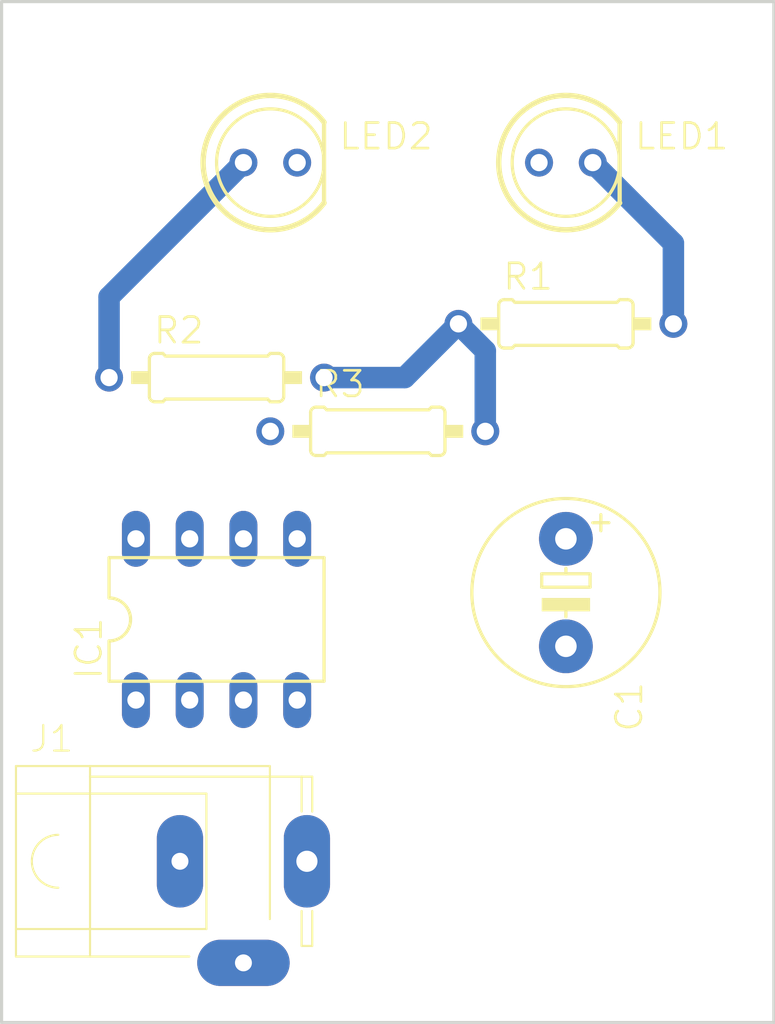
<source format=kicad_pcb>
(kicad_pcb (version 20171130) (host pcbnew "(5.0.0)")

  (general
    (thickness 1.6)
    (drawings 4)
    (tracks 9)
    (zones 0)
    (modules 8)
    (nets 9)
  )

  (page A4)
  (layers
    (0 Top signal)
    (31 Bottom signal)
    (32 B.Adhes user)
    (33 F.Adhes user)
    (34 B.Paste user)
    (35 F.Paste user)
    (36 B.SilkS user)
    (37 F.SilkS user)
    (38 B.Mask user)
    (39 F.Mask user)
    (40 Dwgs.User user)
    (41 Cmts.User user)
    (42 Eco1.User user)
    (43 Eco2.User user)
    (44 Edge.Cuts user)
    (45 Margin user)
    (46 B.CrtYd user)
    (47 F.CrtYd user)
    (48 B.Fab user)
    (49 F.Fab user)
  )

  (setup
    (last_trace_width 0.25)
    (trace_clearance 0.2)
    (zone_clearance 0.508)
    (zone_45_only no)
    (trace_min 0.2)
    (segment_width 0.2)
    (edge_width 0.15)
    (via_size 0.8)
    (via_drill 0.4)
    (via_min_size 0.4)
    (via_min_drill 0.3)
    (uvia_size 0.3)
    (uvia_drill 0.1)
    (uvias_allowed no)
    (uvia_min_size 0.2)
    (uvia_min_drill 0.1)
    (pcb_text_width 0.3)
    (pcb_text_size 1.5 1.5)
    (mod_edge_width 0.15)
    (mod_text_size 1 1)
    (mod_text_width 0.15)
    (pad_size 1.524 1.524)
    (pad_drill 0.762)
    (pad_to_mask_clearance 0.2)
    (aux_axis_origin 0 0)
    (visible_elements FFFFFF7F)
    (pcbplotparams
      (layerselection 0x010fc_ffffffff)
      (usegerberextensions false)
      (usegerberattributes false)
      (usegerberadvancedattributes false)
      (creategerberjobfile false)
      (excludeedgelayer true)
      (linewidth 0.100000)
      (plotframeref false)
      (viasonmask false)
      (mode 1)
      (useauxorigin false)
      (hpglpennumber 1)
      (hpglpenspeed 20)
      (hpglpendiameter 15.000000)
      (psnegative false)
      (psa4output false)
      (plotreference true)
      (plotvalue true)
      (plotinvisibletext false)
      (padsonsilk false)
      (subtractmaskfromsilk false)
      (outputformat 1)
      (mirror false)
      (drillshape 1)
      (scaleselection 1)
      (outputdirectory ""))
  )

  (net 0 "")
  (net 1 GND)
  (net 2 +12V)
  (net 3 "Net-(LED1-PadK)")
  (net 4 "Net-(LED2-PadA)")
  (net 5 "Net-(IC1-Pad5)")
  (net 6 "Net-(C1-Pad+)")
  (net 7 "Net-(IC1-Pad3)")
  (net 8 "Net-(IC1-Pad7)")

  (net_class Default "This is the default net class."
    (clearance 0.2)
    (trace_width 0.25)
    (via_dia 0.8)
    (via_drill 0.4)
    (uvia_dia 0.3)
    (uvia_drill 0.1)
    (add_net +12V)
    (add_net GND)
    (add_net "Net-(C1-Pad+)")
    (add_net "Net-(IC1-Pad3)")
    (add_net "Net-(IC1-Pad5)")
    (add_net "Net-(IC1-Pad7)")
    (add_net "Net-(LED1-PadK)")
    (add_net "Net-(LED2-PadA)")
  )

  (module "Fibre Tester:E5-8,5" (layer Top) (tedit 0) (tstamp 5B689632)
    (at 156.9211 108.8086 270)
    (descr "<b>ELECTROLYTIC CAPACITOR</b><p>\ngrid 5.08 mm, diameter 8.5 mm")
    (path /E7D47EA7)
    (fp_text reference C1 (at 4.1402 -2.286 270) (layer F.SilkS)
      (effects (font (size 1.2065 1.2065) (thickness 0.127)) (justify right top))
    )
    (fp_text value 10uF (at -2.5146 3.0226 270) (layer F.Fab)
      (effects (font (size 1.2065 1.2065) (thickness 0.127)) (justify right top))
    )
    (fp_poly (pts (xy 0.254 1.143) (xy 0.889 1.143) (xy 0.889 -1.143) (xy 0.254 -1.143)) (layer F.SilkS) (width 0))
    (fp_circle (center 0 0) (end 4.445 0) (layer F.SilkS) (width 0.1524))
    (fp_line (start -1.651 0) (end -1.143 0) (layer F.Fab) (width 0.1524))
    (fp_line (start 1.143 0) (end 1.651 0) (layer F.Fab) (width 0.1524))
    (fp_line (start -3.683 -1.651) (end -2.921 -1.651) (layer F.SilkS) (width 0.1524))
    (fp_line (start -3.302 -2.032) (end -3.302 -1.27) (layer F.SilkS) (width 0.1524))
    (fp_line (start 0.635 0) (end 1.143 0) (layer F.SilkS) (width 0.1524))
    (fp_line (start -0.889 -1.143) (end -0.889 0) (layer F.SilkS) (width 0.1524))
    (fp_line (start -0.254 -1.143) (end -0.889 -1.143) (layer F.SilkS) (width 0.1524))
    (fp_line (start -0.254 1.143) (end -0.254 -1.143) (layer F.SilkS) (width 0.1524))
    (fp_line (start -0.889 1.143) (end -0.254 1.143) (layer F.SilkS) (width 0.1524))
    (fp_line (start -0.889 0) (end -0.889 1.143) (layer F.SilkS) (width 0.1524))
    (fp_line (start -1.143 0) (end -0.889 0) (layer F.SilkS) (width 0.1524))
    (pad - thru_hole circle (at 2.54 0 270) (size 2.54 2.54) (drill 1.016) (layers *.Cu *.Mask)
      (net 1 GND) (solder_mask_margin 0.1016))
    (pad + thru_hole circle (at -2.54 0 270) (size 2.54 2.54) (drill 1.016) (layers *.Cu *.Mask)
      (net 6 "Net-(C1-Pad+)") (solder_mask_margin 0.1016))
  )

  (module "Fibre Tester:DIL-08" (layer Top) (tedit 0) (tstamp 5B689644)
    (at 140.4111 110.0786)
    (descr "<b>Dual In Line Package</b>")
    (path /22F7723E)
    (fp_text reference IC1 (at -5.334 2.921 90) (layer F.SilkS)
      (effects (font (size 1.2065 1.2065) (thickness 0.127)) (justify left bottom))
    )
    (fp_text value NE555 (at -3.556 0.635) (layer F.Fab)
      (effects (font (size 1.2065 1.2065) (thickness 0.127)) (justify left bottom))
    )
    (fp_arc (start -5.08 0) (end -5.08 -1.016) (angle 180) (layer F.SilkS) (width 0.1524))
    (fp_line (start -5.08 2.921) (end -5.08 1.016) (layer F.SilkS) (width 0.1524))
    (fp_line (start -5.08 -2.921) (end -5.08 -1.016) (layer F.SilkS) (width 0.1524))
    (fp_line (start 5.08 -2.921) (end 5.08 2.921) (layer F.SilkS) (width 0.1524))
    (fp_line (start -5.08 2.921) (end 5.08 2.921) (layer F.SilkS) (width 0.1524))
    (fp_line (start 5.08 -2.921) (end -5.08 -2.921) (layer F.SilkS) (width 0.1524))
    (pad 5 thru_hole oval (at 3.81 -3.81 90) (size 2.6416 1.3208) (drill 0.8128) (layers *.Cu *.Mask)
      (net 5 "Net-(IC1-Pad5)") (solder_mask_margin 0.1016))
    (pad 6 thru_hole oval (at 1.27 -3.81 90) (size 2.6416 1.3208) (drill 0.8128) (layers *.Cu *.Mask)
      (net 6 "Net-(C1-Pad+)") (solder_mask_margin 0.1016))
    (pad 4 thru_hole oval (at 3.81 3.81 90) (size 2.6416 1.3208) (drill 0.8128) (layers *.Cu *.Mask)
      (net 2 +12V) (solder_mask_margin 0.1016))
    (pad 3 thru_hole oval (at 1.27 3.81 90) (size 2.6416 1.3208) (drill 0.8128) (layers *.Cu *.Mask)
      (net 7 "Net-(IC1-Pad3)") (solder_mask_margin 0.1016))
    (pad 8 thru_hole oval (at -3.81 -3.81 90) (size 2.6416 1.3208) (drill 0.8128) (layers *.Cu *.Mask)
      (net 2 +12V) (solder_mask_margin 0.1016))
    (pad 7 thru_hole oval (at -1.27 -3.81 90) (size 2.6416 1.3208) (drill 0.8128) (layers *.Cu *.Mask)
      (net 8 "Net-(IC1-Pad7)") (solder_mask_margin 0.1016))
    (pad 2 thru_hole oval (at -1.27 3.81 90) (size 2.6416 1.3208) (drill 0.8128) (layers *.Cu *.Mask)
      (net 6 "Net-(C1-Pad+)") (solder_mask_margin 0.1016))
    (pad 1 thru_hole oval (at -3.81 3.81 90) (size 2.6416 1.3208) (drill 0.8128) (layers *.Cu *.Mask)
      (net 1 GND) (solder_mask_margin 0.1016))
  )

  (module "Fibre Tester:LED5MM" (layer Top) (tedit 0) (tstamp 5B689655)
    (at 156.9211 88.4886)
    (descr "<B>LED</B><p>\n5 mm, round")
    (path /E63B9115)
    (fp_text reference LED1 (at 3.175 -0.5334) (layer F.SilkS)
      (effects (font (size 1.2065 1.2065) (thickness 0.127)) (justify left bottom))
    )
    (fp_text value RED (at 3.2004 1.8034) (layer F.Fab)
      (effects (font (size 1.2065 1.2065) (thickness 0.127)) (justify left bottom))
    )
    (fp_circle (center 0 0) (end 2.54 0) (layer F.SilkS) (width 0.1524))
    (fp_arc (start 0 0) (end 0 2.159) (angle -90) (layer F.Fab) (width 0.1524))
    (fp_arc (start 0 0) (end -2.159 0) (angle 90) (layer F.Fab) (width 0.1524))
    (fp_arc (start 0 0) (end 0 1.651) (angle -90) (layer F.Fab) (width 0.1524))
    (fp_arc (start 0 0) (end -1.651 0) (angle 90) (layer F.Fab) (width 0.1524))
    (fp_arc (start 0 0) (end 0 1.143) (angle -90) (layer F.Fab) (width 0.1524))
    (fp_arc (start 0 0) (end -1.143 0) (angle 90) (layer F.Fab) (width 0.1524))
    (fp_arc (start 0 0) (end 2.54 1.905) (angle 286.260205) (layer F.SilkS) (width 0.254))
    (fp_line (start 2.54 1.905) (end 2.54 -1.905) (layer F.SilkS) (width 0.2032))
    (pad K thru_hole circle (at 1.27 0) (size 1.3208 1.3208) (drill 0.8128) (layers *.Cu *.Mask)
      (net 3 "Net-(LED1-PadK)") (solder_mask_margin 0.1016))
    (pad A thru_hole circle (at -1.27 0) (size 1.3208 1.3208) (drill 0.8128) (layers *.Cu *.Mask)
      (net 2 +12V) (solder_mask_margin 0.1016))
  )

  (module "Fibre Tester:LED5MM" (layer Top) (tedit 0) (tstamp 5B689663)
    (at 142.9511 88.4886)
    (descr "<B>LED</B><p>\n5 mm, round")
    (path /C024F7D0)
    (fp_text reference LED2 (at 3.175 -0.5334) (layer F.SilkS)
      (effects (font (size 1.2065 1.2065) (thickness 0.127)) (justify left bottom))
    )
    (fp_text value Green (at 3.2004 1.8034) (layer F.Fab)
      (effects (font (size 1.2065 1.2065) (thickness 0.127)) (justify left bottom))
    )
    (fp_circle (center 0 0) (end 2.54 0) (layer F.SilkS) (width 0.1524))
    (fp_arc (start 0 0) (end 0 2.159) (angle -90) (layer F.Fab) (width 0.1524))
    (fp_arc (start 0 0) (end -2.159 0) (angle 90) (layer F.Fab) (width 0.1524))
    (fp_arc (start 0 0) (end 0 1.651) (angle -90) (layer F.Fab) (width 0.1524))
    (fp_arc (start 0 0) (end -1.651 0) (angle 90) (layer F.Fab) (width 0.1524))
    (fp_arc (start 0 0) (end 0 1.143) (angle -90) (layer F.Fab) (width 0.1524))
    (fp_arc (start 0 0) (end -1.143 0) (angle 90) (layer F.Fab) (width 0.1524))
    (fp_arc (start 0 0) (end 2.54 1.905) (angle 286.260205) (layer F.SilkS) (width 0.254))
    (fp_line (start 2.54 1.905) (end 2.54 -1.905) (layer F.SilkS) (width 0.2032))
    (pad K thru_hole circle (at 1.27 0) (size 1.3208 1.3208) (drill 0.8128) (layers *.Cu *.Mask)
      (net 1 GND) (solder_mask_margin 0.1016))
    (pad A thru_hole circle (at -1.27 0) (size 1.3208 1.3208) (drill 0.8128) (layers *.Cu *.Mask)
      (net 4 "Net-(LED2-PadA)") (solder_mask_margin 0.1016))
  )

  (module "Fibre Tester:0207_10" (layer Top) (tedit 0) (tstamp 5B689671)
    (at 156.9211 96.1086)
    (descr "<b>RESISTOR</b><p>\ntype 0207, grid 10 mm")
    (path /A4A47D12)
    (fp_text reference R1 (at -3.048 -1.524) (layer F.SilkS)
      (effects (font (size 1.2065 1.2065) (thickness 0.127)) (justify left bottom))
    )
    (fp_text value 220 (at -2.2606 0.635) (layer F.Fab)
      (effects (font (size 1.2065 1.2065) (thickness 0.127)) (justify left bottom))
    )
    (fp_poly (pts (xy -4.0386 0.3048) (xy -3.175 0.3048) (xy -3.175 -0.3048) (xy -4.0386 -0.3048)) (layer F.SilkS) (width 0))
    (fp_poly (pts (xy 3.175 0.3048) (xy 4.0386 0.3048) (xy 4.0386 -0.3048) (xy 3.175 -0.3048)) (layer F.SilkS) (width 0))
    (fp_line (start 3.175 0.889) (end 3.175 -0.889) (layer F.SilkS) (width 0.1524))
    (fp_line (start 2.921 1.143) (end 2.54 1.143) (layer F.SilkS) (width 0.1524))
    (fp_line (start 2.921 -1.143) (end 2.54 -1.143) (layer F.SilkS) (width 0.1524))
    (fp_line (start 2.413 1.016) (end -2.413 1.016) (layer F.SilkS) (width 0.1524))
    (fp_line (start 2.413 1.016) (end 2.54 1.143) (layer F.SilkS) (width 0.1524))
    (fp_line (start 2.413 -1.016) (end -2.413 -1.016) (layer F.SilkS) (width 0.1524))
    (fp_line (start 2.413 -1.016) (end 2.54 -1.143) (layer F.SilkS) (width 0.1524))
    (fp_line (start -2.413 1.016) (end -2.54 1.143) (layer F.SilkS) (width 0.1524))
    (fp_line (start -2.921 1.143) (end -2.54 1.143) (layer F.SilkS) (width 0.1524))
    (fp_line (start -2.413 -1.016) (end -2.54 -1.143) (layer F.SilkS) (width 0.1524))
    (fp_line (start -2.921 -1.143) (end -2.54 -1.143) (layer F.SilkS) (width 0.1524))
    (fp_line (start -3.175 0.889) (end -3.175 -0.889) (layer F.SilkS) (width 0.1524))
    (fp_arc (start 2.921 -0.889) (end 2.921 -1.143) (angle 90) (layer F.SilkS) (width 0.1524))
    (fp_arc (start 2.921 0.889) (end 2.921 1.143) (angle -90) (layer F.SilkS) (width 0.1524))
    (fp_arc (start -2.921 0.889) (end -3.175 0.889) (angle -90) (layer F.SilkS) (width 0.1524))
    (fp_arc (start -2.921 -0.889) (end -3.175 -0.889) (angle 90) (layer F.SilkS) (width 0.1524))
    (fp_line (start -5.08 0) (end -4.064 0) (layer F.Fab) (width 0.6096))
    (fp_line (start 5.08 0) (end 4.064 0) (layer F.Fab) (width 0.6096))
    (pad 2 thru_hole circle (at 5.08 0) (size 1.3208 1.3208) (drill 0.8128) (layers *.Cu *.Mask)
      (net 3 "Net-(LED1-PadK)") (solder_mask_margin 0.1016))
    (pad 1 thru_hole circle (at -5.08 0) (size 1.3208 1.3208) (drill 0.8128) (layers *.Cu *.Mask)
      (net 7 "Net-(IC1-Pad3)") (solder_mask_margin 0.1016))
  )

  (module "Fibre Tester:0207_10" (layer Top) (tedit 0) (tstamp 5B68968A)
    (at 140.4111 98.6486)
    (descr "<b>RESISTOR</b><p>\ntype 0207, grid 10 mm")
    (path /759C9AAF)
    (fp_text reference R2 (at -3.048 -1.524) (layer F.SilkS)
      (effects (font (size 1.2065 1.2065) (thickness 0.127)) (justify left bottom))
    )
    (fp_text value 220 (at -2.2606 0.635) (layer F.Fab)
      (effects (font (size 1.2065 1.2065) (thickness 0.127)) (justify left bottom))
    )
    (fp_poly (pts (xy -4.0386 0.3048) (xy -3.175 0.3048) (xy -3.175 -0.3048) (xy -4.0386 -0.3048)) (layer F.SilkS) (width 0))
    (fp_poly (pts (xy 3.175 0.3048) (xy 4.0386 0.3048) (xy 4.0386 -0.3048) (xy 3.175 -0.3048)) (layer F.SilkS) (width 0))
    (fp_line (start 3.175 0.889) (end 3.175 -0.889) (layer F.SilkS) (width 0.1524))
    (fp_line (start 2.921 1.143) (end 2.54 1.143) (layer F.SilkS) (width 0.1524))
    (fp_line (start 2.921 -1.143) (end 2.54 -1.143) (layer F.SilkS) (width 0.1524))
    (fp_line (start 2.413 1.016) (end -2.413 1.016) (layer F.SilkS) (width 0.1524))
    (fp_line (start 2.413 1.016) (end 2.54 1.143) (layer F.SilkS) (width 0.1524))
    (fp_line (start 2.413 -1.016) (end -2.413 -1.016) (layer F.SilkS) (width 0.1524))
    (fp_line (start 2.413 -1.016) (end 2.54 -1.143) (layer F.SilkS) (width 0.1524))
    (fp_line (start -2.413 1.016) (end -2.54 1.143) (layer F.SilkS) (width 0.1524))
    (fp_line (start -2.921 1.143) (end -2.54 1.143) (layer F.SilkS) (width 0.1524))
    (fp_line (start -2.413 -1.016) (end -2.54 -1.143) (layer F.SilkS) (width 0.1524))
    (fp_line (start -2.921 -1.143) (end -2.54 -1.143) (layer F.SilkS) (width 0.1524))
    (fp_line (start -3.175 0.889) (end -3.175 -0.889) (layer F.SilkS) (width 0.1524))
    (fp_arc (start 2.921 -0.889) (end 2.921 -1.143) (angle 90) (layer F.SilkS) (width 0.1524))
    (fp_arc (start 2.921 0.889) (end 2.921 1.143) (angle -90) (layer F.SilkS) (width 0.1524))
    (fp_arc (start -2.921 0.889) (end -3.175 0.889) (angle -90) (layer F.SilkS) (width 0.1524))
    (fp_arc (start -2.921 -0.889) (end -3.175 -0.889) (angle 90) (layer F.SilkS) (width 0.1524))
    (fp_line (start -5.08 0) (end -4.064 0) (layer F.Fab) (width 0.6096))
    (fp_line (start 5.08 0) (end 4.064 0) (layer F.Fab) (width 0.6096))
    (pad 2 thru_hole circle (at 5.08 0) (size 1.3208 1.3208) (drill 0.8128) (layers *.Cu *.Mask)
      (net 7 "Net-(IC1-Pad3)") (solder_mask_margin 0.1016))
    (pad 1 thru_hole circle (at -5.08 0) (size 1.3208 1.3208) (drill 0.8128) (layers *.Cu *.Mask)
      (net 4 "Net-(LED2-PadA)") (solder_mask_margin 0.1016))
  )

  (module "Fibre Tester:0207_10" (layer Top) (tedit 0) (tstamp 5B6896A3)
    (at 148.0311 101.1886)
    (descr "<b>RESISTOR</b><p>\ntype 0207, grid 10 mm")
    (path /7FD4C25A)
    (fp_text reference R3 (at -3.048 -1.524) (layer F.SilkS)
      (effects (font (size 1.2065 1.2065) (thickness 0.127)) (justify left bottom))
    )
    (fp_text value 47k (at -2.2606 0.635) (layer F.Fab)
      (effects (font (size 1.2065 1.2065) (thickness 0.127)) (justify left bottom))
    )
    (fp_poly (pts (xy -4.0386 0.3048) (xy -3.175 0.3048) (xy -3.175 -0.3048) (xy -4.0386 -0.3048)) (layer F.SilkS) (width 0))
    (fp_poly (pts (xy 3.175 0.3048) (xy 4.0386 0.3048) (xy 4.0386 -0.3048) (xy 3.175 -0.3048)) (layer F.SilkS) (width 0))
    (fp_line (start 3.175 0.889) (end 3.175 -0.889) (layer F.SilkS) (width 0.1524))
    (fp_line (start 2.921 1.143) (end 2.54 1.143) (layer F.SilkS) (width 0.1524))
    (fp_line (start 2.921 -1.143) (end 2.54 -1.143) (layer F.SilkS) (width 0.1524))
    (fp_line (start 2.413 1.016) (end -2.413 1.016) (layer F.SilkS) (width 0.1524))
    (fp_line (start 2.413 1.016) (end 2.54 1.143) (layer F.SilkS) (width 0.1524))
    (fp_line (start 2.413 -1.016) (end -2.413 -1.016) (layer F.SilkS) (width 0.1524))
    (fp_line (start 2.413 -1.016) (end 2.54 -1.143) (layer F.SilkS) (width 0.1524))
    (fp_line (start -2.413 1.016) (end -2.54 1.143) (layer F.SilkS) (width 0.1524))
    (fp_line (start -2.921 1.143) (end -2.54 1.143) (layer F.SilkS) (width 0.1524))
    (fp_line (start -2.413 -1.016) (end -2.54 -1.143) (layer F.SilkS) (width 0.1524))
    (fp_line (start -2.921 -1.143) (end -2.54 -1.143) (layer F.SilkS) (width 0.1524))
    (fp_line (start -3.175 0.889) (end -3.175 -0.889) (layer F.SilkS) (width 0.1524))
    (fp_arc (start 2.921 -0.889) (end 2.921 -1.143) (angle 90) (layer F.SilkS) (width 0.1524))
    (fp_arc (start 2.921 0.889) (end 2.921 1.143) (angle -90) (layer F.SilkS) (width 0.1524))
    (fp_arc (start -2.921 0.889) (end -3.175 0.889) (angle -90) (layer F.SilkS) (width 0.1524))
    (fp_arc (start -2.921 -0.889) (end -3.175 -0.889) (angle 90) (layer F.SilkS) (width 0.1524))
    (fp_line (start -5.08 0) (end -4.064 0) (layer F.Fab) (width 0.6096))
    (fp_line (start 5.08 0) (end 4.064 0) (layer F.Fab) (width 0.6096))
    (pad 2 thru_hole circle (at 5.08 0) (size 1.3208 1.3208) (drill 0.8128) (layers *.Cu *.Mask)
      (net 7 "Net-(IC1-Pad3)") (solder_mask_margin 0.1016))
    (pad 1 thru_hole circle (at -5.08 0) (size 1.3208 1.3208) (drill 0.8128) (layers *.Cu *.Mask)
      (net 6 "Net-(C1-Pad+)") (solder_mask_margin 0.1016))
  )

  (module "Fibre Tester:SPC4078" (layer Top) (tedit 0) (tstamp 5B6896BC)
    (at 141.6811 121.5086)
    (descr "<b>DC POWER JACK 2.5mm</b> Right Angle, Through Hole, Rated 5A at 16VDC, PC Terminals<p>\nSource: www.spctechnology.com .. 84N1162.pdf<br>\nDistributor: <b>Farnell (www.Farnell.de)</b><br>\nCreated by Robert Siegler")
    (path /449C7C68)
    (fp_text reference J1 (at -10.16 -5.08) (layer F.SilkS)
      (effects (font (size 1.2065 1.2065) (thickness 0.1016)) (justify left bottom))
    )
    (fp_text value JACK-PLUG1 (at -10.16 6.35) (layer F.Fab)
      (effects (font (size 1.2065 1.2065) (thickness 0.1016)) (justify left bottom))
    )
    (fp_poly (pts (xy -3.1 1.25) (xy -2.9 1.25) (xy -2.9 -1.25) (xy -3.1 -1.25)) (layer F.Fab) (width 0))
    (fp_poly (pts (xy 2.75 1.5) (xy 3.25 1.5) (xy 3.25 -1.5) (xy 2.75 -1.5)) (layer F.Fab) (width 0))
    (fp_poly (pts (xy -1.25 5.05) (xy 1.25 5.05) (xy 1.25 4.55) (xy -1.25 4.55)) (layer F.Fab) (width 0))
    (fp_line (start 1.25 2.73) (end 1.25 -4) (layer F.SilkS) (width 0.1))
    (fp_line (start -10.75 4.5) (end -2.56 4.5) (layer F.SilkS) (width 0.1))
    (fp_line (start 2.75 4) (end 3.25 4) (layer F.SilkS) (width 0.1))
    (fp_line (start 3.25 -2.35) (end 3.25 -4) (layer F.SilkS) (width 0.1))
    (fp_line (start 3.25 4) (end 3.25 2.35) (layer F.SilkS) (width 0.1))
    (fp_line (start 2.75 4) (end 2.75 2.35) (layer F.SilkS) (width 0.1))
    (fp_line (start 2.75 -2.35) (end 2.75 -4) (layer F.SilkS) (width 0.1))
    (fp_line (start -1.5 5.2) (end -1.5 4.4) (layer Dwgs.User) (width 0))
    (fp_line (start 1.5 5.2) (end -1.5 5.2) (layer Dwgs.User) (width 0))
    (fp_line (start 1.5 4.4) (end 1.5 5.2) (layer Dwgs.User) (width 0))
    (fp_line (start -1.5 4.4) (end 1.5 4.4) (layer Dwgs.User) (width 0))
    (fp_line (start -3.4 1.5) (end -3.4 -1.5) (layer Dwgs.User) (width 0))
    (fp_line (start -2.6 1.5) (end -3.4 1.5) (layer Dwgs.User) (width 0))
    (fp_line (start -2.6 -1.5) (end -2.6 1.5) (layer Dwgs.User) (width 0))
    (fp_line (start -3.4 -1.5) (end -2.6 -1.5) (layer Dwgs.User) (width 0))
    (fp_line (start 2.5 1.75) (end 2.5 -1.75) (layer Dwgs.User) (width 0))
    (fp_line (start 3.5 1.75) (end 2.5 1.75) (layer Dwgs.User) (width 0))
    (fp_line (start 3.5 -1.75) (end 3.5 1.75) (layer Dwgs.User) (width 0))
    (fp_line (start 2.5 -1.75) (end 3.5 -1.75) (layer Dwgs.User) (width 0))
    (fp_arc (start -8.75 0) (end -8.75 -1.25) (angle -180) (layer F.SilkS) (width 0.1))
    (fp_line (start -8.75 1.25) (end -1.75 1.25) (layer F.Fab) (width 0.1))
    (fp_line (start -8.75 -1.25) (end -1.75 -1.25) (layer F.Fab) (width 0.1))
    (fp_line (start -1.75 -1.25) (end -1.75 -3.2) (layer F.SilkS) (width 0.1))
    (fp_line (start -1.75 1.25) (end -1.75 -1.25) (layer F.SilkS) (width 0.1))
    (fp_line (start -1.75 3.2) (end -1.75 1.25) (layer F.SilkS) (width 0.1))
    (fp_line (start -10.75 3.2) (end -1.75 3.2) (layer F.SilkS) (width 0.1))
    (fp_line (start -10.75 -3.2) (end -1.75 -3.2) (layer F.SilkS) (width 0.1))
    (fp_line (start 2.75 4) (end 2.75 -4) (layer F.Fab) (width 0.1))
    (fp_line (start 3.25 4) (end 3.25 -4) (layer F.Fab) (width 0.1))
    (fp_line (start 2.75 -4) (end 3.25 -4) (layer F.SilkS) (width 0.1))
    (fp_line (start 1.25 -4) (end 2.75 -4) (layer F.SilkS) (width 0.1))
    (fp_line (start 2.75 4) (end 3.25 4) (layer F.Fab) (width 0.1))
    (fp_line (start 1.25 4) (end 2.75 4) (layer F.Fab) (width 0.1))
    (fp_line (start -10.75 4.5) (end 1.25 4.5) (layer F.Fab) (width 0.1))
    (fp_line (start -10.75 -4.5) (end 1.25 -4.5) (layer F.SilkS) (width 0.1))
    (fp_line (start 1.25 -4) (end 1.25 -4.5) (layer F.SilkS) (width 0.1))
    (fp_line (start 1.25 4.5) (end 1.25 4) (layer F.Fab) (width 0.1))
    (fp_line (start 1.25 4) (end 1.25 -4) (layer F.Fab) (width 0.1))
    (fp_line (start -7.25 -4) (end 1.25 -4) (layer F.SilkS) (width 0.1))
    (fp_line (start -7.25 4) (end 1.25 4) (layer F.Fab) (width 0.1))
    (fp_line (start -7.25 -4) (end -7.25 -4.5) (layer F.SilkS) (width 0.1))
    (fp_line (start -7.25 4.5) (end -7.25 -4) (layer F.SilkS) (width 0.1))
    (fp_line (start -10.75 -3.2) (end -10.75 -4.5) (layer F.SilkS) (width 0.1))
    (fp_line (start -10.75 3.2) (end -10.75 -3.2) (layer F.SilkS) (width 0.1))
    (fp_line (start -10.75 4.5) (end -10.75 3.2) (layer F.SilkS) (width 0.1))
    (pad 3 thru_hole oval (at 3 0 90) (size 4.3688 2.1844) (drill 1) (layers *.Cu *.Mask)
      (net 2 +12V) (solder_mask_margin 0.1016))
    (pad 1 thru_hole oval (at -3 0 90) (size 4.3688 2.1844) (drill 0.8) (layers *.Cu *.Mask)
      (net 1 GND) (solder_mask_margin 0.1016))
    (pad 2 thru_hole oval (at 0 4.8) (size 4.3688 2.1844) (drill 0.8) (layers *.Cu *.Mask)
      (net 1 GND) (solder_mask_margin 0.1016))
  )

  (gr_line (start 130.2511 129.1286) (end 166.7511 129.1286) (layer Edge.Cuts) (width 0.15) (tstamp 20551430))
  (gr_line (start 166.7511 129.1286) (end 166.7511 80.8786) (layer Edge.Cuts) (width 0.15) (tstamp 20550AD0))
  (gr_line (start 166.7511 80.8786) (end 130.2511 80.8786) (layer Edge.Cuts) (width 0.15) (tstamp 20550B70))
  (gr_line (start 130.2511 80.8786) (end 130.2511 129.1286) (layer Edge.Cuts) (width 0.15) (tstamp 2054F6D0))

  (segment (start 151.9681 96.2102) (end 151.8411 96.1086) (width 0.254) (layer Top) (net 7) (tstamp 205602F0))
  (segment (start 151.8411 96.1086) (end 149.3011 98.6486) (width 1.016) (layer Bottom) (net 7) (tstamp 2055E270))
  (segment (start 149.3011 98.6486) (end 145.4911 98.6486) (width 1.016) (layer Bottom) (net 7) (tstamp 205606B0))
  (segment (start 151.8411 96.1086) (end 153.1111 97.3786) (width 1.016) (layer Bottom) (net 7) (tstamp 2055EBD0))
  (segment (start 153.1111 97.3786) (end 153.1111 101.1886) (width 1.016) (layer Bottom) (net 7) (tstamp 20560250))
  (segment (start 158.1911 88.4886) (end 162.0011 92.2986) (width 1.016) (layer Bottom) (net 3) (tstamp 2055F490))
  (segment (start 162.0011 92.2986) (end 162.0011 96.1086) (width 1.016) (layer Bottom) (net 3) (tstamp 2055F670))
  (segment (start 141.6811 88.4886) (end 135.3311 94.8386) (width 1.016) (layer Bottom) (net 4) (tstamp 20560890))
  (segment (start 135.3311 94.8386) (end 135.3311 98.6486) (width 1.016) (layer Bottom) (net 4) (tstamp 2055E310))

)

</source>
